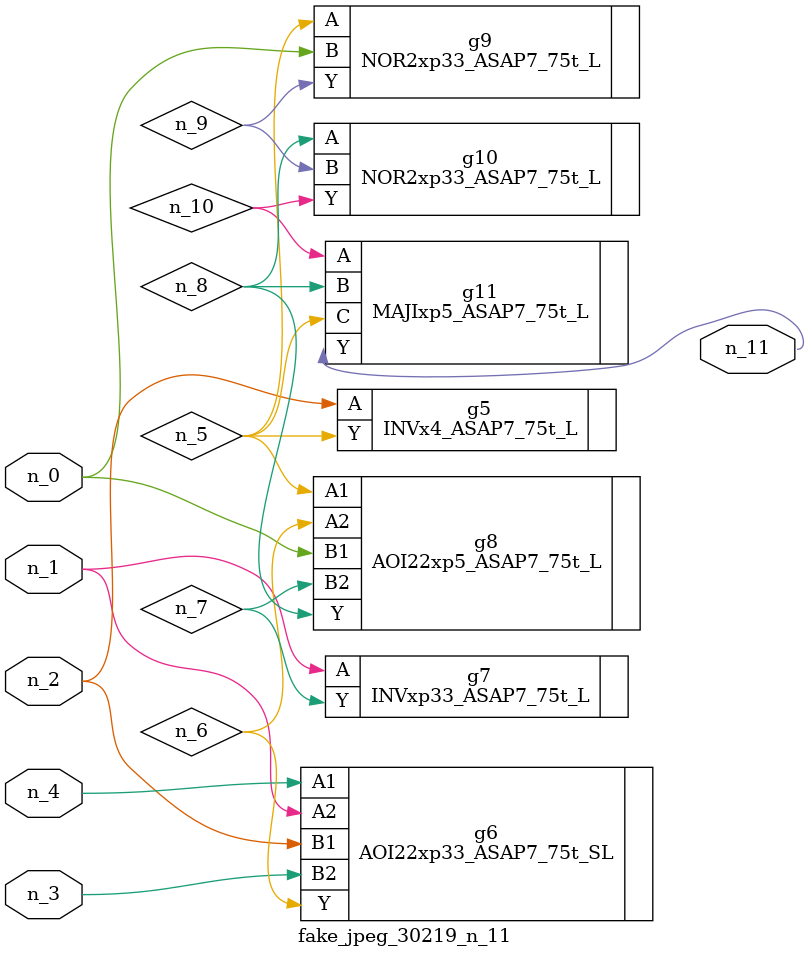
<source format=v>
module fake_jpeg_30219_n_11 (n_3, n_2, n_1, n_0, n_4, n_11);

input n_3;
input n_2;
input n_1;
input n_0;
input n_4;

output n_11;

wire n_10;
wire n_8;
wire n_9;
wire n_6;
wire n_5;
wire n_7;

INVx4_ASAP7_75t_L g5 ( 
.A(n_2),
.Y(n_5)
);

AOI22xp33_ASAP7_75t_SL g6 ( 
.A1(n_4),
.A2(n_1),
.B1(n_2),
.B2(n_3),
.Y(n_6)
);

INVxp33_ASAP7_75t_L g7 ( 
.A(n_1),
.Y(n_7)
);

AOI22xp5_ASAP7_75t_L g8 ( 
.A1(n_5),
.A2(n_6),
.B1(n_0),
.B2(n_7),
.Y(n_8)
);

NOR2xp33_ASAP7_75t_L g10 ( 
.A(n_8),
.B(n_9),
.Y(n_10)
);

NOR2xp33_ASAP7_75t_L g9 ( 
.A(n_5),
.B(n_0),
.Y(n_9)
);

MAJIxp5_ASAP7_75t_L g11 ( 
.A(n_10),
.B(n_8),
.C(n_5),
.Y(n_11)
);


endmodule
</source>
